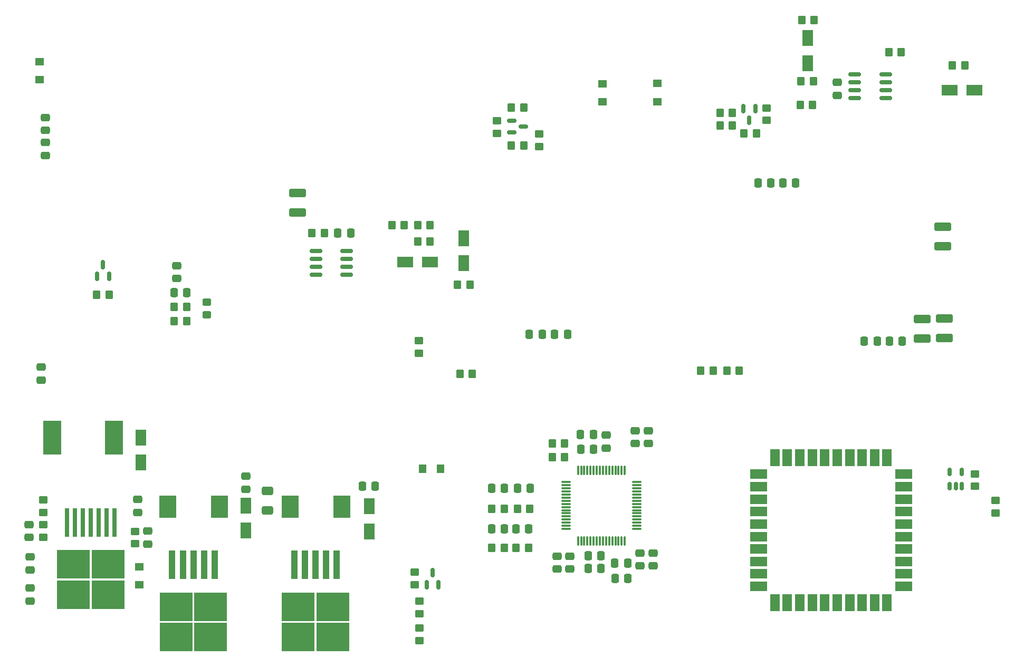
<source format=gtp>
%TF.GenerationSoftware,KiCad,Pcbnew,(6.0.0-rc1-489-g57af990066)*%
%TF.CreationDate,2021-12-17T02:29:24+00:00*%
%TF.ProjectId,solarpump_main,736f6c61-7270-4756-9d70-5f6d61696e2e,1.0*%
%TF.SameCoordinates,Original*%
%TF.FileFunction,Paste,Top*%
%TF.FilePolarity,Positive*%
%FSLAX46Y46*%
G04 Gerber Fmt 4.6, Leading zero omitted, Abs format (unit mm)*
G04 Created by KiCad (PCBNEW (6.0.0-rc1-489-g57af990066)) date 2021-12-17 02:29:24*
%MOMM*%
%LPD*%
G01*
G04 APERTURE LIST*
G04 Aperture macros list*
%AMRoundRect*
0 Rectangle with rounded corners*
0 $1 Rounding radius*
0 $2 $3 $4 $5 $6 $7 $8 $9 X,Y pos of 4 corners*
0 Add a 4 corners polygon primitive as box body*
4,1,4,$2,$3,$4,$5,$6,$7,$8,$9,$2,$3,0*
0 Add four circle primitives for the rounded corners*
1,1,$1+$1,$2,$3*
1,1,$1+$1,$4,$5*
1,1,$1+$1,$6,$7*
1,1,$1+$1,$8,$9*
0 Add four rect primitives between the rounded corners*
20,1,$1+$1,$2,$3,$4,$5,0*
20,1,$1+$1,$4,$5,$6,$7,0*
20,1,$1+$1,$6,$7,$8,$9,0*
20,1,$1+$1,$8,$9,$2,$3,0*%
G04 Aperture macros list end*
%ADD10RoundRect,0.250000X0.450000X-0.350000X0.450000X0.350000X-0.450000X0.350000X-0.450000X-0.350000X0*%
%ADD11RoundRect,0.250000X-0.475000X0.337500X-0.475000X-0.337500X0.475000X-0.337500X0.475000X0.337500X0*%
%ADD12R,5.250000X4.550000*%
%ADD13R,0.800000X4.600000*%
%ADD14RoundRect,0.150000X0.825000X0.150000X-0.825000X0.150000X-0.825000X-0.150000X0.825000X-0.150000X0*%
%ADD15RoundRect,0.250000X0.350000X0.450000X-0.350000X0.450000X-0.350000X-0.450000X0.350000X-0.450000X0*%
%ADD16RoundRect,0.250000X0.337500X0.475000X-0.337500X0.475000X-0.337500X-0.475000X0.337500X-0.475000X0*%
%ADD17RoundRect,0.250000X0.475000X-0.337500X0.475000X0.337500X-0.475000X0.337500X-0.475000X-0.337500X0*%
%ADD18RoundRect,0.150000X0.150000X-0.587500X0.150000X0.587500X-0.150000X0.587500X-0.150000X-0.587500X0*%
%ADD19RoundRect,0.250000X-0.450000X0.350000X-0.450000X-0.350000X0.450000X-0.350000X0.450000X0.350000X0*%
%ADD20R,1.800000X2.500000*%
%ADD21RoundRect,0.250000X-0.337500X-0.475000X0.337500X-0.475000X0.337500X0.475000X-0.337500X0.475000X0*%
%ADD22R,1.100000X4.600000*%
%ADD23R,2.800000X1.500000*%
%ADD24R,1.500000X2.800000*%
%ADD25RoundRect,0.250000X-0.350000X-0.450000X0.350000X-0.450000X0.350000X0.450000X-0.350000X0.450000X0*%
%ADD26RoundRect,0.150000X0.150000X-0.512500X0.150000X0.512500X-0.150000X0.512500X-0.150000X-0.512500X0*%
%ADD27R,1.300000X1.400000*%
%ADD28R,1.400000X1.300000*%
%ADD29RoundRect,0.250000X0.450000X-0.325000X0.450000X0.325000X-0.450000X0.325000X-0.450000X-0.325000X0*%
%ADD30R,2.700000X3.600000*%
%ADD31RoundRect,0.075000X-0.662500X-0.075000X0.662500X-0.075000X0.662500X0.075000X-0.662500X0.075000X0*%
%ADD32RoundRect,0.075000X-0.075000X-0.662500X0.075000X-0.662500X0.075000X0.662500X-0.075000X0.662500X0*%
%ADD33RoundRect,0.150000X-0.150000X0.587500X-0.150000X-0.587500X0.150000X-0.587500X0.150000X0.587500X0*%
%ADD34R,2.900000X5.400000*%
%ADD35RoundRect,0.250000X1.100000X-0.412500X1.100000X0.412500X-1.100000X0.412500X-1.100000X-0.412500X0*%
%ADD36RoundRect,0.150000X-0.587500X-0.150000X0.587500X-0.150000X0.587500X0.150000X-0.587500X0.150000X0*%
%ADD37RoundRect,0.250000X-1.100000X0.412500X-1.100000X-0.412500X1.100000X-0.412500X1.100000X0.412500X0*%
%ADD38R,2.500000X1.800000*%
%ADD39RoundRect,0.250000X-0.650000X0.412500X-0.650000X-0.412500X0.650000X-0.412500X0.650000X0.412500X0*%
%ADD40RoundRect,0.150000X-0.825000X-0.150000X0.825000X-0.150000X0.825000X0.150000X-0.825000X0.150000X0*%
G04 APERTURE END LIST*
D10*
%TO.C,R19*%
X81681235Y-155605600D03*
X81681235Y-153605600D03*
%TD*%
D11*
%TO.C,C26*%
X19981235Y-151178500D03*
X19981235Y-153253500D03*
%TD*%
%TO.C,C27*%
X19981235Y-156178500D03*
X19981235Y-158253500D03*
%TD*%
D12*
%TO.C,U7*%
X26906235Y-152366000D03*
X32456235Y-157216000D03*
X26906235Y-157216000D03*
X32456235Y-152366000D03*
D13*
X33491235Y-145641000D03*
X32221235Y-145641000D03*
X30951235Y-145641000D03*
X29681235Y-145641000D03*
X28411235Y-145641000D03*
X27141235Y-145641000D03*
X25871235Y-145641000D03*
%TD*%
D14*
%TO.C,U11*%
X157281835Y-77516600D03*
X157281835Y-76246600D03*
X157281835Y-74976600D03*
X157281835Y-73706600D03*
X152331835Y-73706600D03*
X152331835Y-74976600D03*
X152331835Y-76246600D03*
X152331835Y-77516600D03*
%TD*%
D15*
%TO.C,R41*%
X99205000Y-85091000D03*
X97205000Y-85091000D03*
%TD*%
D16*
%TO.C,C18*%
X45118735Y-108716000D03*
X43043735Y-108716000D03*
%TD*%
D11*
%TO.C,C8*%
X119227600Y-130890100D03*
X119227600Y-132965100D03*
%TD*%
D17*
%TO.C,C29*%
X21710835Y-122775500D03*
X21710835Y-120700500D03*
%TD*%
D18*
%TO.C,Q4*%
X30731235Y-106078500D03*
X32631235Y-106078500D03*
X31681235Y-104203500D03*
%TD*%
D19*
%TO.C,R20*%
X36849235Y-147052400D03*
X36849235Y-149052400D03*
%TD*%
D20*
%TO.C,D10*%
X144799235Y-71871200D03*
X144799235Y-67871200D03*
%TD*%
D21*
%TO.C,C1*%
X109520155Y-152984070D03*
X111595155Y-152984070D03*
%TD*%
D10*
%TO.C,R5*%
X82481235Y-164616000D03*
X82481235Y-162616000D03*
%TD*%
D12*
%TO.C,U9*%
X48956235Y-164016000D03*
X43406235Y-159166000D03*
X43406235Y-164016000D03*
X48956235Y-159166000D03*
D22*
X49581235Y-152441000D03*
X47881235Y-152441000D03*
X46181235Y-152441000D03*
X44481235Y-152441000D03*
X42781235Y-152441000D03*
%TD*%
D23*
%TO.C,MCU1*%
X160155000Y-155891000D03*
X160155000Y-153891000D03*
X160155000Y-151891000D03*
X160155000Y-149891000D03*
X160155000Y-147891000D03*
X160155000Y-145891000D03*
X160155000Y-143891000D03*
X160155000Y-141891000D03*
X160155000Y-139891000D03*
X160155000Y-137891000D03*
D24*
X157505000Y-135241000D03*
X155505000Y-135241000D03*
X153505000Y-135241000D03*
X151505000Y-135241000D03*
X149505000Y-135241000D03*
X147505000Y-135241000D03*
X145505000Y-135241000D03*
X143505000Y-135241000D03*
X141505000Y-135241000D03*
X139505000Y-135241000D03*
D23*
X136855000Y-137891000D03*
X136855000Y-139891000D03*
X136855000Y-141891000D03*
X136855000Y-143891000D03*
X136855000Y-145891000D03*
X136855000Y-147891000D03*
X136855000Y-149891000D03*
X136855000Y-151891000D03*
X136855000Y-153891000D03*
X136855000Y-155891000D03*
D24*
X139505000Y-158541000D03*
X141505000Y-158541000D03*
X143505000Y-158541000D03*
X145505000Y-158541000D03*
X147505000Y-158541000D03*
X149505000Y-158541000D03*
X151505000Y-158541000D03*
X153505000Y-158541000D03*
X155505000Y-158541000D03*
X157505000Y-158541000D03*
%TD*%
D15*
%TO.C,R13*%
X84178835Y-100503600D03*
X82178835Y-100503600D03*
%TD*%
%TO.C,R33*%
X159781235Y-70116000D03*
X157781235Y-70116000D03*
%TD*%
D25*
%TO.C,R46*%
X98176235Y-143416000D03*
X100176235Y-143416000D03*
%TD*%
%TO.C,R36*%
X131791200Y-121291000D03*
X133791200Y-121291000D03*
%TD*%
D11*
%TO.C,C28*%
X19781235Y-145978500D03*
X19781235Y-148053500D03*
%TD*%
D21*
%TO.C,C48*%
X153867500Y-116516000D03*
X155942500Y-116516000D03*
%TD*%
D17*
%TO.C,C13*%
X119922175Y-152615130D03*
X119922175Y-150540130D03*
%TD*%
D15*
%TO.C,R8*%
X96055000Y-149741000D03*
X94055000Y-149741000D03*
%TD*%
%TO.C,R39*%
X99217500Y-78991000D03*
X97217500Y-78991000D03*
%TD*%
D16*
%TO.C,C44*%
X100243735Y-140141000D03*
X98168735Y-140141000D03*
%TD*%
%TO.C,C9*%
X115896300Y-154584400D03*
X113821300Y-154584400D03*
%TD*%
D26*
%TO.C,U1*%
X167572835Y-139791900D03*
X168522835Y-139791900D03*
X169472835Y-139791900D03*
X169472835Y-137516900D03*
X167572835Y-137516900D03*
%TD*%
D21*
%TO.C,C2*%
X109520155Y-150984070D03*
X111595155Y-150984070D03*
%TD*%
D10*
%TO.C,R38*%
X138195235Y-81082000D03*
X138195235Y-79082000D03*
%TD*%
D17*
%TO.C,C39*%
X149523635Y-77055500D03*
X149523635Y-74980500D03*
%TD*%
D27*
%TO.C,D5*%
X82931235Y-137016000D03*
X85831235Y-137016000D03*
%TD*%
D17*
%TO.C,C4*%
X104557655Y-153121570D03*
X104557655Y-151046570D03*
%TD*%
D16*
%TO.C,C47*%
X159942500Y-116516000D03*
X157867500Y-116516000D03*
%TD*%
%TO.C,C46*%
X96122500Y-140141000D03*
X94047500Y-140141000D03*
%TD*%
D21*
%TO.C,C43*%
X136777500Y-91091000D03*
X138852500Y-91091000D03*
%TD*%
D25*
%TO.C,R35*%
X127574800Y-121291000D03*
X129574800Y-121291000D03*
%TD*%
D15*
%TO.C,R1*%
X105749600Y-135128000D03*
X103749600Y-135128000D03*
%TD*%
%TO.C,R30*%
X145545235Y-78566000D03*
X143545235Y-78566000D03*
%TD*%
D25*
%TO.C,R45*%
X94055000Y-143409070D03*
X96055000Y-143409070D03*
%TD*%
D28*
%TO.C,D13*%
X37509635Y-152749200D03*
X37509635Y-155649200D03*
%TD*%
D29*
%TO.C,D2*%
X48361600Y-112277000D03*
X48361600Y-110227000D03*
%TD*%
D11*
%TO.C,C33*%
X54629235Y-138226500D03*
X54629235Y-140301500D03*
%TD*%
%TO.C,C10*%
X112420400Y-131601300D03*
X112420400Y-133676300D03*
%TD*%
D25*
%TO.C,R16*%
X30656235Y-109066000D03*
X32656235Y-109066000D03*
%TD*%
D30*
%TO.C,L4*%
X50331235Y-143116000D03*
X42031235Y-143116000D03*
%TD*%
D25*
%TO.C,R2*%
X103749600Y-132943600D03*
X105749600Y-132943600D03*
%TD*%
D20*
%TO.C,D7*%
X74390435Y-143055200D03*
X74390435Y-147055200D03*
%TD*%
D10*
%TO.C,R15*%
X82366035Y-118470800D03*
X82366035Y-116470800D03*
%TD*%
D21*
%TO.C,C6*%
X108284100Y-131521200D03*
X110359100Y-131521200D03*
%TD*%
D10*
%TO.C,R6*%
X82467635Y-160279200D03*
X82467635Y-158279200D03*
%TD*%
D25*
%TO.C,R11*%
X43081235Y-113316000D03*
X45081235Y-113316000D03*
%TD*%
D17*
%TO.C,C3*%
X106622175Y-153121570D03*
X106622175Y-151046570D03*
%TD*%
D19*
%TO.C,R37*%
X94917500Y-81141000D03*
X94917500Y-83141000D03*
%TD*%
D21*
%TO.C,C17*%
X69332915Y-99132000D03*
X71407915Y-99132000D03*
%TD*%
D25*
%TO.C,R44*%
X130692835Y-81910800D03*
X132692835Y-81910800D03*
%TD*%
D11*
%TO.C,C49*%
X38881235Y-147014900D03*
X38881235Y-149089900D03*
%TD*%
D15*
%TO.C,R12*%
X90579635Y-107463200D03*
X88579635Y-107463200D03*
%TD*%
D31*
%TO.C,U2*%
X105995155Y-139159070D03*
X105995155Y-139659070D03*
X105995155Y-140159070D03*
X105995155Y-140659070D03*
X105995155Y-141159070D03*
X105995155Y-141659070D03*
X105995155Y-142159070D03*
X105995155Y-142659070D03*
X105995155Y-143159070D03*
X105995155Y-143659070D03*
X105995155Y-144159070D03*
X105995155Y-144659070D03*
X105995155Y-145159070D03*
X105995155Y-145659070D03*
X105995155Y-146159070D03*
X105995155Y-146659070D03*
D32*
X107907655Y-148571570D03*
X108407655Y-148571570D03*
X108907655Y-148571570D03*
X109407655Y-148571570D03*
X109907655Y-148571570D03*
X110407655Y-148571570D03*
X110907655Y-148571570D03*
X111407655Y-148571570D03*
X111907655Y-148571570D03*
X112407655Y-148571570D03*
X112907655Y-148571570D03*
X113407655Y-148571570D03*
X113907655Y-148571570D03*
X114407655Y-148571570D03*
X114907655Y-148571570D03*
X115407655Y-148571570D03*
D31*
X117320155Y-146659070D03*
X117320155Y-146159070D03*
X117320155Y-145659070D03*
X117320155Y-145159070D03*
X117320155Y-144659070D03*
X117320155Y-144159070D03*
X117320155Y-143659070D03*
X117320155Y-143159070D03*
X117320155Y-142659070D03*
X117320155Y-142159070D03*
X117320155Y-141659070D03*
X117320155Y-141159070D03*
X117320155Y-140659070D03*
X117320155Y-140159070D03*
X117320155Y-139659070D03*
X117320155Y-139159070D03*
D32*
X115407655Y-137246570D03*
X114907655Y-137246570D03*
X114407655Y-137246570D03*
X113907655Y-137246570D03*
X113407655Y-137246570D03*
X112907655Y-137246570D03*
X112407655Y-137246570D03*
X111907655Y-137246570D03*
X111407655Y-137246570D03*
X110907655Y-137246570D03*
X110407655Y-137246570D03*
X109907655Y-137246570D03*
X109407655Y-137246570D03*
X108907655Y-137246570D03*
X108407655Y-137246570D03*
X107907655Y-137246570D03*
%TD*%
D33*
%TO.C,Q10*%
X136351235Y-79203500D03*
X134451235Y-79203500D03*
X135401235Y-81078500D03*
%TD*%
D34*
%TO.C,L2*%
X33431235Y-132016000D03*
X23531235Y-132016000D03*
%TD*%
D16*
%TO.C,C45*%
X142852500Y-91091000D03*
X140777500Y-91091000D03*
%TD*%
D35*
%TO.C,C20*%
X62920415Y-95868500D03*
X62920415Y-92743500D03*
%TD*%
D17*
%TO.C,C14*%
X22405000Y-86678500D03*
X22405000Y-84603500D03*
%TD*%
D18*
%TO.C,Q5*%
X83631235Y-155593900D03*
X85531235Y-155593900D03*
X84581235Y-153718900D03*
%TD*%
D12*
%TO.C,U8*%
X68556235Y-159166000D03*
X63006235Y-164016000D03*
X63006235Y-159166000D03*
X68556235Y-164016000D03*
D22*
X69181235Y-152441000D03*
X67481235Y-152441000D03*
X65781235Y-152441000D03*
X64081235Y-152441000D03*
X62381235Y-152441000D03*
%TD*%
D25*
%TO.C,R32*%
X143680000Y-74748000D03*
X145680000Y-74748000D03*
%TD*%
D11*
%TO.C,C25*%
X37255635Y-141934900D03*
X37255635Y-144009900D03*
%TD*%
D28*
%TO.C,D11*%
X111810800Y-75166000D03*
X111810800Y-78066000D03*
%TD*%
D36*
%TO.C,Q9*%
X97280000Y-81091000D03*
X97280000Y-82991000D03*
X99155000Y-82041000D03*
%TD*%
D20*
%TO.C,D8*%
X54629235Y-142953600D03*
X54629235Y-146953600D03*
%TD*%
D11*
%TO.C,C16*%
X22405000Y-80603500D03*
X22405000Y-82678500D03*
%TD*%
D15*
%TO.C,R40*%
X136553635Y-83130000D03*
X134553635Y-83130000D03*
%TD*%
D25*
%TO.C,R42*%
X130692835Y-79828000D03*
X132692835Y-79828000D03*
%TD*%
%TO.C,R17*%
X78013235Y-97912800D03*
X80013235Y-97912800D03*
%TD*%
D15*
%TO.C,R7*%
X99955000Y-149741000D03*
X97955000Y-149741000D03*
%TD*%
D16*
%TO.C,C22*%
X99992500Y-146691000D03*
X97917500Y-146691000D03*
%TD*%
D15*
%TO.C,R14*%
X90935235Y-121738000D03*
X88935235Y-121738000D03*
%TD*%
D37*
%TO.C,C41*%
X163180000Y-112928500D03*
X163180000Y-116053500D03*
%TD*%
D15*
%TO.C,R31*%
X169981235Y-72216000D03*
X167981235Y-72216000D03*
%TD*%
D16*
%TO.C,C11*%
X115892500Y-152196800D03*
X113817500Y-152196800D03*
%TD*%
D38*
%TO.C,D9*%
X167538835Y-76221200D03*
X171538835Y-76221200D03*
%TD*%
D25*
%TO.C,R10*%
X43081235Y-111016000D03*
X45081235Y-111016000D03*
%TD*%
D11*
%TO.C,C19*%
X43531235Y-104378500D03*
X43531235Y-106453500D03*
%TD*%
D38*
%TO.C,D4*%
X80162835Y-103805600D03*
X84162835Y-103805600D03*
%TD*%
D39*
%TO.C,C34*%
X58083635Y-140546300D03*
X58083635Y-143671300D03*
%TD*%
D20*
%TO.C,D3*%
X89579635Y-103976800D03*
X89579635Y-99976800D03*
%TD*%
D15*
%TO.C,R9*%
X67186235Y-99132000D03*
X65186235Y-99132000D03*
%TD*%
D25*
%TO.C,R18*%
X82178835Y-97912800D03*
X84178835Y-97912800D03*
%TD*%
D17*
%TO.C,C12*%
X117822175Y-152615130D03*
X117822175Y-150540130D03*
%TD*%
D10*
%TO.C,R21*%
X22081235Y-144016000D03*
X22081235Y-142016000D03*
%TD*%
D20*
%TO.C,D6*%
X37712835Y-132031600D03*
X37712835Y-136031600D03*
%TD*%
D19*
%TO.C,R4*%
X174923635Y-142124800D03*
X174923635Y-144124800D03*
%TD*%
D16*
%TO.C,C32*%
X75377135Y-139822800D03*
X73302135Y-139822800D03*
%TD*%
D37*
%TO.C,C42*%
X166705000Y-112878500D03*
X166705000Y-116003500D03*
%TD*%
D16*
%TO.C,C15*%
X96092500Y-146691000D03*
X94017500Y-146691000D03*
%TD*%
D35*
%TO.C,C40*%
X166405000Y-101253500D03*
X166405000Y-98128500D03*
%TD*%
D10*
%TO.C,R22*%
X22081235Y-148016000D03*
X22081235Y-146016000D03*
%TD*%
D19*
%TO.C,R3*%
X171570835Y-137832200D03*
X171570835Y-139832200D03*
%TD*%
D21*
%TO.C,C5*%
X108317500Y-133891000D03*
X110392500Y-133891000D03*
%TD*%
D40*
%TO.C,U4*%
X65845415Y-102053000D03*
X65845415Y-103323000D03*
X65845415Y-104593000D03*
X65845415Y-105863000D03*
X70795415Y-105863000D03*
X70795415Y-104593000D03*
X70795415Y-103323000D03*
X70795415Y-102053000D03*
%TD*%
D25*
%TO.C,R34*%
X143799235Y-64994400D03*
X145799235Y-64994400D03*
%TD*%
D28*
%TO.C,D12*%
X120599200Y-75156400D03*
X120599200Y-78056400D03*
%TD*%
D11*
%TO.C,C7*%
X117094000Y-130890100D03*
X117094000Y-132965100D03*
%TD*%
D21*
%TO.C,C23*%
X100102175Y-115452630D03*
X102177175Y-115452630D03*
%TD*%
D28*
%TO.C,D1*%
X21455000Y-74541000D03*
X21455000Y-71641000D03*
%TD*%
D30*
%TO.C,L3*%
X70006035Y-143116000D03*
X61706035Y-143116000D03*
%TD*%
D16*
%TO.C,C21*%
X106227175Y-115452630D03*
X104152175Y-115452630D03*
%TD*%
D19*
%TO.C,R43*%
X101705000Y-83241000D03*
X101705000Y-85241000D03*
%TD*%
M02*

</source>
